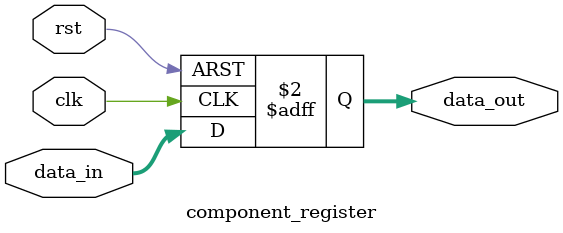
<source format=sv>
module component_register #(
    parameter WIDTH = 8
) (
    input logic clk, rst,
    input logic [WIDTH-1:0] data_in,
    output logic [WIDTH-1:0] data_out
);

    always_ff @(posedge clk or posedge rst) begin
        if (rst) begin
            data_out <= '0;
        end else begin
            data_out <= data_in;
        end
    end

endmodule
</source>
